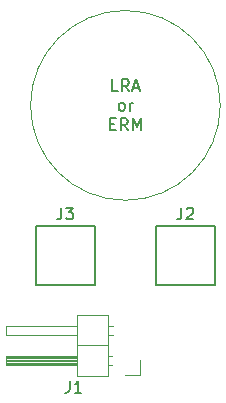
<source format=gto>
G04 #@! TF.GenerationSoftware,KiCad,Pcbnew,(5.1.4)-1*
G04 #@! TF.CreationDate,2019-09-29T17:31:03-04:00*
G04 #@! TF.ProjectId,haptic-belt,68617074-6963-42d6-9265-6c742e6b6963,rev?*
G04 #@! TF.SameCoordinates,Original*
G04 #@! TF.FileFunction,Legend,Top*
G04 #@! TF.FilePolarity,Positive*
%FSLAX46Y46*%
G04 Gerber Fmt 4.6, Leading zero omitted, Abs format (unit mm)*
G04 Created by KiCad (PCBNEW (5.1.4)-1) date 2019-09-29 17:31:03*
%MOMM*%
%LPD*%
G04 APERTURE LIST*
%ADD10C,0.150000*%
%ADD11C,0.120000*%
G04 APERTURE END LIST*
D10*
X126380952Y-67382380D02*
X125904761Y-67382380D01*
X125904761Y-66382380D01*
X127285714Y-67382380D02*
X126952380Y-66906190D01*
X126714285Y-67382380D02*
X126714285Y-66382380D01*
X127095238Y-66382380D01*
X127190476Y-66430000D01*
X127238095Y-66477619D01*
X127285714Y-66572857D01*
X127285714Y-66715714D01*
X127238095Y-66810952D01*
X127190476Y-66858571D01*
X127095238Y-66906190D01*
X126714285Y-66906190D01*
X127666666Y-67096666D02*
X128142857Y-67096666D01*
X127571428Y-67382380D02*
X127904761Y-66382380D01*
X128238095Y-67382380D01*
X126619047Y-69032380D02*
X126523809Y-68984761D01*
X126476190Y-68937142D01*
X126428571Y-68841904D01*
X126428571Y-68556190D01*
X126476190Y-68460952D01*
X126523809Y-68413333D01*
X126619047Y-68365714D01*
X126761904Y-68365714D01*
X126857142Y-68413333D01*
X126904761Y-68460952D01*
X126952380Y-68556190D01*
X126952380Y-68841904D01*
X126904761Y-68937142D01*
X126857142Y-68984761D01*
X126761904Y-69032380D01*
X126619047Y-69032380D01*
X127380952Y-69032380D02*
X127380952Y-68365714D01*
X127380952Y-68556190D02*
X127428571Y-68460952D01*
X127476190Y-68413333D01*
X127571428Y-68365714D01*
X127666666Y-68365714D01*
X125714285Y-70158571D02*
X126047619Y-70158571D01*
X126190476Y-70682380D02*
X125714285Y-70682380D01*
X125714285Y-69682380D01*
X126190476Y-69682380D01*
X127190476Y-70682380D02*
X126857142Y-70206190D01*
X126619047Y-70682380D02*
X126619047Y-69682380D01*
X127000000Y-69682380D01*
X127095238Y-69730000D01*
X127142857Y-69777619D01*
X127190476Y-69872857D01*
X127190476Y-70015714D01*
X127142857Y-70110952D01*
X127095238Y-70158571D01*
X127000000Y-70206190D01*
X126619047Y-70206190D01*
X127619047Y-70682380D02*
X127619047Y-69682380D01*
X127952380Y-70396666D01*
X128285714Y-69682380D01*
X128285714Y-70682380D01*
D11*
X135032185Y-68580000D02*
G75*
G03X135032185Y-68580000I-8032185J0D01*
G01*
X125560000Y-91500000D02*
X125560000Y-86300000D01*
X125560000Y-86300000D02*
X122900000Y-86300000D01*
X122900000Y-86300000D02*
X122900000Y-91500000D01*
X122900000Y-91500000D02*
X125560000Y-91500000D01*
X122900000Y-90550000D02*
X116900000Y-90550000D01*
X116900000Y-90550000D02*
X116900000Y-89790000D01*
X116900000Y-89790000D02*
X122900000Y-89790000D01*
X122900000Y-90490000D02*
X116900000Y-90490000D01*
X122900000Y-90370000D02*
X116900000Y-90370000D01*
X122900000Y-90250000D02*
X116900000Y-90250000D01*
X122900000Y-90130000D02*
X116900000Y-90130000D01*
X122900000Y-90010000D02*
X116900000Y-90010000D01*
X122900000Y-89890000D02*
X116900000Y-89890000D01*
X125890000Y-90550000D02*
X125560000Y-90550000D01*
X125890000Y-89790000D02*
X125560000Y-89790000D01*
X125560000Y-88900000D02*
X122900000Y-88900000D01*
X122900000Y-88010000D02*
X116900000Y-88010000D01*
X116900000Y-88010000D02*
X116900000Y-87250000D01*
X116900000Y-87250000D02*
X122900000Y-87250000D01*
X125957071Y-88010000D02*
X125560000Y-88010000D01*
X125957071Y-87250000D02*
X125560000Y-87250000D01*
X128270000Y-90170000D02*
X128270000Y-91440000D01*
X128270000Y-91440000D02*
X127000000Y-91440000D01*
D10*
X129580640Y-78780640D02*
X134579360Y-78780640D01*
X134579360Y-78780640D02*
X134579360Y-83779360D01*
X134579360Y-83779360D02*
X129580640Y-83779360D01*
X129580640Y-83779360D02*
X129580640Y-78780640D01*
X119420640Y-83779360D02*
X119420640Y-78780640D01*
X124419360Y-83779360D02*
X119420640Y-83779360D01*
X124419360Y-78780640D02*
X124419360Y-83779360D01*
X119420640Y-78780640D02*
X124419360Y-78780640D01*
X122281666Y-91892380D02*
X122281666Y-92606666D01*
X122234047Y-92749523D01*
X122138809Y-92844761D01*
X121995952Y-92892380D01*
X121900714Y-92892380D01*
X123281666Y-92892380D02*
X122710238Y-92892380D01*
X122995952Y-92892380D02*
X122995952Y-91892380D01*
X122900714Y-92035238D01*
X122805476Y-92130476D01*
X122710238Y-92178095D01*
X131746666Y-77232260D02*
X131746666Y-77946546D01*
X131699047Y-78089403D01*
X131603809Y-78184641D01*
X131460952Y-78232260D01*
X131365714Y-78232260D01*
X132175238Y-77327499D02*
X132222857Y-77279880D01*
X132318095Y-77232260D01*
X132556190Y-77232260D01*
X132651428Y-77279880D01*
X132699047Y-77327499D01*
X132746666Y-77422737D01*
X132746666Y-77517975D01*
X132699047Y-77660832D01*
X132127619Y-78232260D01*
X132746666Y-78232260D01*
X121586666Y-77232260D02*
X121586666Y-77946546D01*
X121539047Y-78089403D01*
X121443809Y-78184641D01*
X121300952Y-78232260D01*
X121205714Y-78232260D01*
X121967619Y-77232260D02*
X122586666Y-77232260D01*
X122253333Y-77613213D01*
X122396190Y-77613213D01*
X122491428Y-77660832D01*
X122539047Y-77708451D01*
X122586666Y-77803689D01*
X122586666Y-78041784D01*
X122539047Y-78137022D01*
X122491428Y-78184641D01*
X122396190Y-78232260D01*
X122110476Y-78232260D01*
X122015238Y-78184641D01*
X121967619Y-78137022D01*
M02*

</source>
